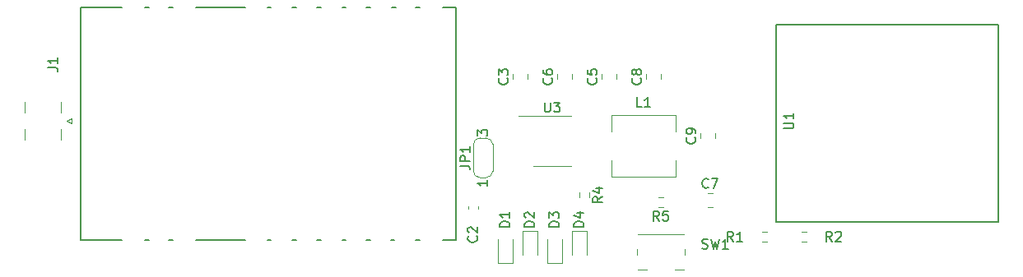
<source format=gbr>
%TF.GenerationSoftware,KiCad,Pcbnew,6.0.11+dfsg-1*%
%TF.CreationDate,2025-12-05T11:14:29+02:00*%
%TF.ProjectId,esp32_loraprs_c3,65737033-325f-46c6-9f72-617072735f63,rev?*%
%TF.SameCoordinates,Original*%
%TF.FileFunction,Legend,Top*%
%TF.FilePolarity,Positive*%
%FSLAX46Y46*%
G04 Gerber Fmt 4.6, Leading zero omitted, Abs format (unit mm)*
G04 Created by KiCad (PCBNEW 6.0.11+dfsg-1) date 2025-12-05 11:14:29*
%MOMM*%
%LPD*%
G01*
G04 APERTURE LIST*
%ADD10C,0.150000*%
%ADD11C,0.120000*%
%ADD12C,0.127000*%
G04 APERTURE END LIST*
D10*
%TO.C,D4*%
X122372380Y-80748095D02*
X121372380Y-80748095D01*
X121372380Y-80510000D01*
X121420000Y-80367142D01*
X121515238Y-80271904D01*
X121610476Y-80224285D01*
X121800952Y-80176666D01*
X121943809Y-80176666D01*
X122134285Y-80224285D01*
X122229523Y-80271904D01*
X122324761Y-80367142D01*
X122372380Y-80510000D01*
X122372380Y-80748095D01*
X121705714Y-79319523D02*
X122372380Y-79319523D01*
X121324761Y-79557619D02*
X122039047Y-79795714D01*
X122039047Y-79176666D01*
%TO.C,D3*%
X119832380Y-80748095D02*
X118832380Y-80748095D01*
X118832380Y-80510000D01*
X118880000Y-80367142D01*
X118975238Y-80271904D01*
X119070476Y-80224285D01*
X119260952Y-80176666D01*
X119403809Y-80176666D01*
X119594285Y-80224285D01*
X119689523Y-80271904D01*
X119784761Y-80367142D01*
X119832380Y-80510000D01*
X119832380Y-80748095D01*
X118832380Y-79843333D02*
X118832380Y-79224285D01*
X119213333Y-79557619D01*
X119213333Y-79414761D01*
X119260952Y-79319523D01*
X119308571Y-79271904D01*
X119403809Y-79224285D01*
X119641904Y-79224285D01*
X119737142Y-79271904D01*
X119784761Y-79319523D01*
X119832380Y-79414761D01*
X119832380Y-79700476D01*
X119784761Y-79795714D01*
X119737142Y-79843333D01*
%TO.C,D2*%
X117292380Y-80748095D02*
X116292380Y-80748095D01*
X116292380Y-80510000D01*
X116340000Y-80367142D01*
X116435238Y-80271904D01*
X116530476Y-80224285D01*
X116720952Y-80176666D01*
X116863809Y-80176666D01*
X117054285Y-80224285D01*
X117149523Y-80271904D01*
X117244761Y-80367142D01*
X117292380Y-80510000D01*
X117292380Y-80748095D01*
X116387619Y-79795714D02*
X116340000Y-79748095D01*
X116292380Y-79652857D01*
X116292380Y-79414761D01*
X116340000Y-79319523D01*
X116387619Y-79271904D01*
X116482857Y-79224285D01*
X116578095Y-79224285D01*
X116720952Y-79271904D01*
X117292380Y-79843333D01*
X117292380Y-79224285D01*
%TO.C,C5*%
X123645142Y-65444666D02*
X123692761Y-65492285D01*
X123740380Y-65635142D01*
X123740380Y-65730380D01*
X123692761Y-65873238D01*
X123597523Y-65968476D01*
X123502285Y-66016095D01*
X123311809Y-66063714D01*
X123168952Y-66063714D01*
X122978476Y-66016095D01*
X122883238Y-65968476D01*
X122788000Y-65873238D01*
X122740380Y-65730380D01*
X122740380Y-65635142D01*
X122788000Y-65492285D01*
X122835619Y-65444666D01*
X122740380Y-64539904D02*
X122740380Y-65016095D01*
X123216571Y-65063714D01*
X123168952Y-65016095D01*
X123121333Y-64920857D01*
X123121333Y-64682761D01*
X123168952Y-64587523D01*
X123216571Y-64539904D01*
X123311809Y-64492285D01*
X123549904Y-64492285D01*
X123645142Y-64539904D01*
X123692761Y-64587523D01*
X123740380Y-64682761D01*
X123740380Y-64920857D01*
X123692761Y-65016095D01*
X123645142Y-65063714D01*
%TO.C,C2*%
X111355142Y-81700666D02*
X111402761Y-81748285D01*
X111450380Y-81891142D01*
X111450380Y-81986380D01*
X111402761Y-82129238D01*
X111307523Y-82224476D01*
X111212285Y-82272095D01*
X111021809Y-82319714D01*
X110878952Y-82319714D01*
X110688476Y-82272095D01*
X110593238Y-82224476D01*
X110498000Y-82129238D01*
X110450380Y-81986380D01*
X110450380Y-81891142D01*
X110498000Y-81748285D01*
X110545619Y-81700666D01*
X110545619Y-81319714D02*
X110498000Y-81272095D01*
X110450380Y-81176857D01*
X110450380Y-80938761D01*
X110498000Y-80843523D01*
X110545619Y-80795904D01*
X110640857Y-80748285D01*
X110736095Y-80748285D01*
X110878952Y-80795904D01*
X111450380Y-81367333D01*
X111450380Y-80748285D01*
%TO.C,R4*%
X124310380Y-77636666D02*
X123834190Y-77970000D01*
X124310380Y-78208095D02*
X123310380Y-78208095D01*
X123310380Y-77827142D01*
X123358000Y-77731904D01*
X123405619Y-77684285D01*
X123500857Y-77636666D01*
X123643714Y-77636666D01*
X123738952Y-77684285D01*
X123786571Y-77731904D01*
X123834190Y-77827142D01*
X123834190Y-78208095D01*
X123643714Y-76779523D02*
X124310380Y-76779523D01*
X123262761Y-77017619D02*
X123977047Y-77255714D01*
X123977047Y-76636666D01*
%TO.C,C7*%
X135193833Y-76655142D02*
X135146214Y-76702761D01*
X135003357Y-76750380D01*
X134908119Y-76750380D01*
X134765261Y-76702761D01*
X134670023Y-76607523D01*
X134622404Y-76512285D01*
X134574785Y-76321809D01*
X134574785Y-76178952D01*
X134622404Y-75988476D01*
X134670023Y-75893238D01*
X134765261Y-75798000D01*
X134908119Y-75750380D01*
X135003357Y-75750380D01*
X135146214Y-75798000D01*
X135193833Y-75845619D01*
X135527166Y-75750380D02*
X136193833Y-75750380D01*
X135765261Y-76750380D01*
%TO.C,R1*%
X137755333Y-82240380D02*
X137422000Y-81764190D01*
X137183904Y-82240380D02*
X137183904Y-81240380D01*
X137564857Y-81240380D01*
X137660095Y-81288000D01*
X137707714Y-81335619D01*
X137755333Y-81430857D01*
X137755333Y-81573714D01*
X137707714Y-81668952D01*
X137660095Y-81716571D01*
X137564857Y-81764190D01*
X137183904Y-81764190D01*
X138707714Y-82240380D02*
X138136285Y-82240380D01*
X138422000Y-82240380D02*
X138422000Y-81240380D01*
X138326761Y-81383238D01*
X138231523Y-81478476D01*
X138136285Y-81526095D01*
%TO.C,J1*%
X67270380Y-64341333D02*
X67984666Y-64341333D01*
X68127523Y-64388952D01*
X68222761Y-64484190D01*
X68270380Y-64627047D01*
X68270380Y-64722285D01*
X68270380Y-63341333D02*
X68270380Y-63912761D01*
X68270380Y-63627047D02*
X67270380Y-63627047D01*
X67413238Y-63722285D01*
X67508476Y-63817523D01*
X67556095Y-63912761D01*
%TO.C,R5*%
X130135333Y-80114380D02*
X129802000Y-79638190D01*
X129563904Y-80114380D02*
X129563904Y-79114380D01*
X129944857Y-79114380D01*
X130040095Y-79162000D01*
X130087714Y-79209619D01*
X130135333Y-79304857D01*
X130135333Y-79447714D01*
X130087714Y-79542952D01*
X130040095Y-79590571D01*
X129944857Y-79638190D01*
X129563904Y-79638190D01*
X131040095Y-79114380D02*
X130563904Y-79114380D01*
X130516285Y-79590571D01*
X130563904Y-79542952D01*
X130659142Y-79495333D01*
X130897238Y-79495333D01*
X130992476Y-79542952D01*
X131040095Y-79590571D01*
X131087714Y-79685809D01*
X131087714Y-79923904D01*
X131040095Y-80019142D01*
X130992476Y-80066761D01*
X130897238Y-80114380D01*
X130659142Y-80114380D01*
X130563904Y-80066761D01*
X130516285Y-80019142D01*
%TO.C,D1*%
X114752380Y-80748095D02*
X113752380Y-80748095D01*
X113752380Y-80510000D01*
X113800000Y-80367142D01*
X113895238Y-80271904D01*
X113990476Y-80224285D01*
X114180952Y-80176666D01*
X114323809Y-80176666D01*
X114514285Y-80224285D01*
X114609523Y-80271904D01*
X114704761Y-80367142D01*
X114752380Y-80510000D01*
X114752380Y-80748095D01*
X114752380Y-79224285D02*
X114752380Y-79795714D01*
X114752380Y-79510000D02*
X113752380Y-79510000D01*
X113895238Y-79605238D01*
X113990476Y-79700476D01*
X114038095Y-79795714D01*
%TO.C,C3*%
X114501142Y-65444666D02*
X114548761Y-65492285D01*
X114596380Y-65635142D01*
X114596380Y-65730380D01*
X114548761Y-65873238D01*
X114453523Y-65968476D01*
X114358285Y-66016095D01*
X114167809Y-66063714D01*
X114024952Y-66063714D01*
X113834476Y-66016095D01*
X113739238Y-65968476D01*
X113644000Y-65873238D01*
X113596380Y-65730380D01*
X113596380Y-65635142D01*
X113644000Y-65492285D01*
X113691619Y-65444666D01*
X113596380Y-65111333D02*
X113596380Y-64492285D01*
X113977333Y-64825619D01*
X113977333Y-64682761D01*
X114024952Y-64587523D01*
X114072571Y-64539904D01*
X114167809Y-64492285D01*
X114405904Y-64492285D01*
X114501142Y-64539904D01*
X114548761Y-64587523D01*
X114596380Y-64682761D01*
X114596380Y-64968476D01*
X114548761Y-65063714D01*
X114501142Y-65111333D01*
%TO.C,C9*%
X133805142Y-71540666D02*
X133852761Y-71588285D01*
X133900380Y-71731142D01*
X133900380Y-71826380D01*
X133852761Y-71969238D01*
X133757523Y-72064476D01*
X133662285Y-72112095D01*
X133471809Y-72159714D01*
X133328952Y-72159714D01*
X133138476Y-72112095D01*
X133043238Y-72064476D01*
X132948000Y-71969238D01*
X132900380Y-71826380D01*
X132900380Y-71731142D01*
X132948000Y-71588285D01*
X132995619Y-71540666D01*
X133900380Y-71064476D02*
X133900380Y-70874000D01*
X133852761Y-70778761D01*
X133805142Y-70731142D01*
X133662285Y-70635904D01*
X133471809Y-70588285D01*
X133090857Y-70588285D01*
X132995619Y-70635904D01*
X132948000Y-70683523D01*
X132900380Y-70778761D01*
X132900380Y-70969238D01*
X132948000Y-71064476D01*
X132995619Y-71112095D01*
X133090857Y-71159714D01*
X133328952Y-71159714D01*
X133424190Y-71112095D01*
X133471809Y-71064476D01*
X133519428Y-70969238D01*
X133519428Y-70778761D01*
X133471809Y-70683523D01*
X133424190Y-70635904D01*
X133328952Y-70588285D01*
%TO.C,U1*%
X142962380Y-70611904D02*
X143771904Y-70611904D01*
X143867142Y-70564285D01*
X143914761Y-70516666D01*
X143962380Y-70421428D01*
X143962380Y-70230952D01*
X143914761Y-70135714D01*
X143867142Y-70088095D01*
X143771904Y-70040476D01*
X142962380Y-70040476D01*
X143962380Y-69040476D02*
X143962380Y-69611904D01*
X143962380Y-69326190D02*
X142962380Y-69326190D01*
X143105238Y-69421428D01*
X143200476Y-69516666D01*
X143248095Y-69611904D01*
%TO.C,U3*%
X118364095Y-67934380D02*
X118364095Y-68743904D01*
X118411714Y-68839142D01*
X118459333Y-68886761D01*
X118554571Y-68934380D01*
X118745047Y-68934380D01*
X118840285Y-68886761D01*
X118887904Y-68839142D01*
X118935523Y-68743904D01*
X118935523Y-67934380D01*
X119316476Y-67934380D02*
X119935523Y-67934380D01*
X119602190Y-68315333D01*
X119745047Y-68315333D01*
X119840285Y-68362952D01*
X119887904Y-68410571D01*
X119935523Y-68505809D01*
X119935523Y-68743904D01*
X119887904Y-68839142D01*
X119840285Y-68886761D01*
X119745047Y-68934380D01*
X119459333Y-68934380D01*
X119364095Y-68886761D01*
X119316476Y-68839142D01*
%TO.C,SW1*%
X134556666Y-82954761D02*
X134699523Y-83002380D01*
X134937619Y-83002380D01*
X135032857Y-82954761D01*
X135080476Y-82907142D01*
X135128095Y-82811904D01*
X135128095Y-82716666D01*
X135080476Y-82621428D01*
X135032857Y-82573809D01*
X134937619Y-82526190D01*
X134747142Y-82478571D01*
X134651904Y-82430952D01*
X134604285Y-82383333D01*
X134556666Y-82288095D01*
X134556666Y-82192857D01*
X134604285Y-82097619D01*
X134651904Y-82050000D01*
X134747142Y-82002380D01*
X134985238Y-82002380D01*
X135128095Y-82050000D01*
X135461428Y-82002380D02*
X135699523Y-83002380D01*
X135890000Y-82288095D01*
X136080476Y-83002380D01*
X136318571Y-82002380D01*
X137223333Y-83002380D02*
X136651904Y-83002380D01*
X136937619Y-83002380D02*
X136937619Y-82002380D01*
X136842380Y-82145238D01*
X136747142Y-82240476D01*
X136651904Y-82288095D01*
%TO.C,JP1*%
X109666380Y-74463333D02*
X110380666Y-74463333D01*
X110523523Y-74510952D01*
X110618761Y-74606190D01*
X110666380Y-74749047D01*
X110666380Y-74844285D01*
X110666380Y-73987142D02*
X109666380Y-73987142D01*
X109666380Y-73606190D01*
X109714000Y-73510952D01*
X109761619Y-73463333D01*
X109856857Y-73415714D01*
X109999714Y-73415714D01*
X110094952Y-73463333D01*
X110142571Y-73510952D01*
X110190190Y-73606190D01*
X110190190Y-73987142D01*
X110666380Y-72463333D02*
X110666380Y-73034761D01*
X110666380Y-72749047D02*
X109666380Y-72749047D01*
X109809238Y-72844285D01*
X109904476Y-72939523D01*
X109952095Y-73034761D01*
X112466380Y-75944285D02*
X112466380Y-76515714D01*
X112466380Y-76230000D02*
X111466380Y-76230000D01*
X111609238Y-76325238D01*
X111704476Y-76420476D01*
X111752095Y-76515714D01*
X111466380Y-71363333D02*
X111466380Y-70744285D01*
X111847333Y-71077619D01*
X111847333Y-70934761D01*
X111894952Y-70839523D01*
X111942571Y-70791904D01*
X112037809Y-70744285D01*
X112275904Y-70744285D01*
X112371142Y-70791904D01*
X112418761Y-70839523D01*
X112466380Y-70934761D01*
X112466380Y-71220476D01*
X112418761Y-71315714D01*
X112371142Y-71363333D01*
%TO.C,C6*%
X119073142Y-65444666D02*
X119120761Y-65492285D01*
X119168380Y-65635142D01*
X119168380Y-65730380D01*
X119120761Y-65873238D01*
X119025523Y-65968476D01*
X118930285Y-66016095D01*
X118739809Y-66063714D01*
X118596952Y-66063714D01*
X118406476Y-66016095D01*
X118311238Y-65968476D01*
X118216000Y-65873238D01*
X118168380Y-65730380D01*
X118168380Y-65635142D01*
X118216000Y-65492285D01*
X118263619Y-65444666D01*
X118168380Y-64587523D02*
X118168380Y-64778000D01*
X118216000Y-64873238D01*
X118263619Y-64920857D01*
X118406476Y-65016095D01*
X118596952Y-65063714D01*
X118977904Y-65063714D01*
X119073142Y-65016095D01*
X119120761Y-64968476D01*
X119168380Y-64873238D01*
X119168380Y-64682761D01*
X119120761Y-64587523D01*
X119073142Y-64539904D01*
X118977904Y-64492285D01*
X118739809Y-64492285D01*
X118644571Y-64539904D01*
X118596952Y-64587523D01*
X118549333Y-64682761D01*
X118549333Y-64873238D01*
X118596952Y-64968476D01*
X118644571Y-65016095D01*
X118739809Y-65063714D01*
%TO.C,L1*%
X128357333Y-68392380D02*
X127881142Y-68392380D01*
X127881142Y-67392380D01*
X129214476Y-68392380D02*
X128643047Y-68392380D01*
X128928761Y-68392380D02*
X128928761Y-67392380D01*
X128833523Y-67535238D01*
X128738285Y-67630476D01*
X128643047Y-67678095D01*
%TO.C,R2*%
X147915333Y-82240380D02*
X147582000Y-81764190D01*
X147343904Y-82240380D02*
X147343904Y-81240380D01*
X147724857Y-81240380D01*
X147820095Y-81288000D01*
X147867714Y-81335619D01*
X147915333Y-81430857D01*
X147915333Y-81573714D01*
X147867714Y-81668952D01*
X147820095Y-81716571D01*
X147724857Y-81764190D01*
X147343904Y-81764190D01*
X148296285Y-81335619D02*
X148343904Y-81288000D01*
X148439142Y-81240380D01*
X148677238Y-81240380D01*
X148772476Y-81288000D01*
X148820095Y-81335619D01*
X148867714Y-81430857D01*
X148867714Y-81526095D01*
X148820095Y-81668952D01*
X148248666Y-82240380D01*
X148867714Y-82240380D01*
%TO.C,C8*%
X128217142Y-65444666D02*
X128264761Y-65492285D01*
X128312380Y-65635142D01*
X128312380Y-65730380D01*
X128264761Y-65873238D01*
X128169523Y-65968476D01*
X128074285Y-66016095D01*
X127883809Y-66063714D01*
X127740952Y-66063714D01*
X127550476Y-66016095D01*
X127455238Y-65968476D01*
X127360000Y-65873238D01*
X127312380Y-65730380D01*
X127312380Y-65635142D01*
X127360000Y-65492285D01*
X127407619Y-65444666D01*
X127740952Y-64873238D02*
X127693333Y-64968476D01*
X127645714Y-65016095D01*
X127550476Y-65063714D01*
X127502857Y-65063714D01*
X127407619Y-65016095D01*
X127360000Y-64968476D01*
X127312380Y-64873238D01*
X127312380Y-64682761D01*
X127360000Y-64587523D01*
X127407619Y-64539904D01*
X127502857Y-64492285D01*
X127550476Y-64492285D01*
X127645714Y-64539904D01*
X127693333Y-64587523D01*
X127740952Y-64682761D01*
X127740952Y-64873238D01*
X127788571Y-64968476D01*
X127836190Y-65016095D01*
X127931428Y-65063714D01*
X128121904Y-65063714D01*
X128217142Y-65016095D01*
X128264761Y-64968476D01*
X128312380Y-64873238D01*
X128312380Y-64682761D01*
X128264761Y-64587523D01*
X128217142Y-64539904D01*
X128121904Y-64492285D01*
X127931428Y-64492285D01*
X127836190Y-64539904D01*
X127788571Y-64587523D01*
X127740952Y-64682761D01*
D11*
%TO.C,D4*%
X122655000Y-81144000D02*
X121185000Y-81144000D01*
X121185000Y-81144000D02*
X121185000Y-83604000D01*
X122655000Y-83604000D02*
X122655000Y-81144000D01*
%TO.C,D3*%
X118645000Y-82004000D02*
X118645000Y-84464000D01*
X120115000Y-84464000D02*
X120115000Y-82004000D01*
X118645000Y-84464000D02*
X120115000Y-84464000D01*
%TO.C,D2*%
X117575000Y-83604000D02*
X117575000Y-81144000D01*
X116105000Y-81144000D02*
X116105000Y-83604000D01*
X117575000Y-81144000D02*
X116105000Y-81144000D01*
%TO.C,C5*%
X124233000Y-65539252D02*
X124233000Y-65016748D01*
X125703000Y-65539252D02*
X125703000Y-65016748D01*
%TO.C,C2*%
X110488000Y-78593733D02*
X110488000Y-78886267D01*
X111508000Y-78593733D02*
X111508000Y-78886267D01*
%TO.C,R4*%
X122950500Y-77215276D02*
X122950500Y-77724724D01*
X121905500Y-77215276D02*
X121905500Y-77724724D01*
%TO.C,C7*%
X135099248Y-78713000D02*
X135621752Y-78713000D01*
X135099248Y-77243000D02*
X135621752Y-77243000D01*
%TO.C,R1*%
X140715276Y-82310500D02*
X141224724Y-82310500D01*
X140715276Y-81265500D02*
X141224724Y-81265500D01*
%TO.C,J1*%
X64892500Y-67900000D02*
X64892500Y-69010000D01*
X69652500Y-70100000D02*
X69652500Y-69600000D01*
X64892500Y-70690000D02*
X64892500Y-71800000D01*
X69652500Y-69600000D02*
X69152500Y-69850000D01*
X69152500Y-69850000D02*
X69652500Y-70100000D01*
X68602500Y-70690000D02*
X68602500Y-71800000D01*
X68602500Y-67900000D02*
X68602500Y-69010000D01*
%TO.C,R5*%
X130556724Y-78754500D02*
X130047276Y-78754500D01*
X130556724Y-77709500D02*
X130047276Y-77709500D01*
%TO.C,D1*%
X115035000Y-84464000D02*
X115035000Y-82004000D01*
X113565000Y-82004000D02*
X113565000Y-84464000D01*
X113565000Y-84464000D02*
X115035000Y-84464000D01*
%TO.C,C3*%
X115089000Y-65539252D02*
X115089000Y-65016748D01*
X116559000Y-65539252D02*
X116559000Y-65016748D01*
%TO.C,C9*%
X134393000Y-71635252D02*
X134393000Y-71112748D01*
X135863000Y-71635252D02*
X135863000Y-71112748D01*
D10*
%TO.C,U1*%
X142144500Y-80264000D02*
X165004500Y-80264000D01*
X165004500Y-80264000D02*
X165004500Y-59944000D01*
X165004500Y-59944000D02*
X142144500Y-59944000D01*
X142144500Y-59944000D02*
X142144500Y-80264000D01*
D12*
%TO.C,U2*%
X74816000Y-82104000D02*
X70616000Y-82104000D01*
X94916000Y-82104000D02*
X95316000Y-82104000D01*
X105116000Y-58104000D02*
X105516000Y-58104000D01*
X109216000Y-82104000D02*
X109216000Y-58104000D01*
X100016000Y-58104000D02*
X100416000Y-58104000D01*
X89816000Y-82104000D02*
X90216000Y-82104000D01*
X97516000Y-58104000D02*
X97916000Y-58104000D01*
X107916000Y-82104000D02*
X109216000Y-82104000D01*
X102616000Y-58104000D02*
X103016000Y-58104000D01*
X89816000Y-58104000D02*
X90216000Y-58104000D01*
X105116000Y-82104000D02*
X105516000Y-82104000D01*
X100016000Y-82104000D02*
X100416000Y-82104000D01*
X70616000Y-58104000D02*
X74816000Y-58104000D01*
X82516000Y-82104000D02*
X87516000Y-82104000D01*
X102516000Y-82104000D02*
X102916000Y-82104000D01*
X82516000Y-58104000D02*
X87516000Y-58104000D01*
X79716000Y-82104000D02*
X80116000Y-82104000D01*
X79716000Y-58104000D02*
X80116000Y-58104000D01*
X92416000Y-82104000D02*
X92816000Y-82104000D01*
X97516000Y-82104000D02*
X97916000Y-82104000D01*
X77216000Y-58104000D02*
X77616000Y-58104000D01*
X70616000Y-82104000D02*
X70616000Y-58104000D01*
X77216000Y-82104000D02*
X77616000Y-82104000D01*
X94916000Y-58104000D02*
X95316000Y-58104000D01*
X109216000Y-58104000D02*
X107916000Y-58104000D01*
X92416000Y-58104000D02*
X92816000Y-58104000D01*
D11*
%TO.C,U3*%
X119126000Y-69322000D02*
X121076000Y-69322000D01*
X119126000Y-74442000D02*
X121076000Y-74442000D01*
X119126000Y-69322000D02*
X115676000Y-69322000D01*
X119126000Y-74442000D02*
X117176000Y-74442000D01*
%TO.C,SW1*%
X132752000Y-83045000D02*
X132752000Y-83595000D01*
X127952000Y-85170000D02*
X128877000Y-85170000D01*
X131727000Y-85170000D02*
X132652000Y-85170000D01*
X127852000Y-83045000D02*
X127852000Y-83595000D01*
X127952000Y-81470000D02*
X132652000Y-81470000D01*
%TO.C,JP1*%
X112314000Y-75680000D02*
X111714000Y-75680000D01*
X111714000Y-71580000D02*
X112314000Y-71580000D01*
X113014000Y-72230000D02*
X113014000Y-75030000D01*
X111014000Y-75030000D02*
X111014000Y-72230000D01*
X112314000Y-75680000D02*
G75*
G03*
X113014000Y-74980000I1J699999D01*
G01*
X111014000Y-74980000D02*
G75*
G03*
X111714000Y-75680000I699999J-1D01*
G01*
X113014000Y-72280000D02*
G75*
G03*
X112314000Y-71580000I-700000J0D01*
G01*
X111714000Y-71580000D02*
G75*
G03*
X111014000Y-72280000I0J-700000D01*
G01*
%TO.C,C6*%
X119661000Y-65539252D02*
X119661000Y-65016748D01*
X121131000Y-65539252D02*
X121131000Y-65016748D01*
%TO.C,L1*%
X131824000Y-75590000D02*
X125224000Y-75590000D01*
X131824000Y-69190000D02*
X131824000Y-70890000D01*
X125224000Y-70890000D02*
X125224000Y-69190000D01*
X125224000Y-75590000D02*
X125224000Y-73890000D01*
X131824000Y-73890000D02*
X131824000Y-75590000D01*
X125224000Y-69190000D02*
X131824000Y-69190000D01*
%TO.C,R2*%
X144779276Y-81265500D02*
X145288724Y-81265500D01*
X144779276Y-82310500D02*
X145288724Y-82310500D01*
%TO.C,C8*%
X128805000Y-65539252D02*
X128805000Y-65016748D01*
X130275000Y-65539252D02*
X130275000Y-65016748D01*
%TD*%
M02*

</source>
